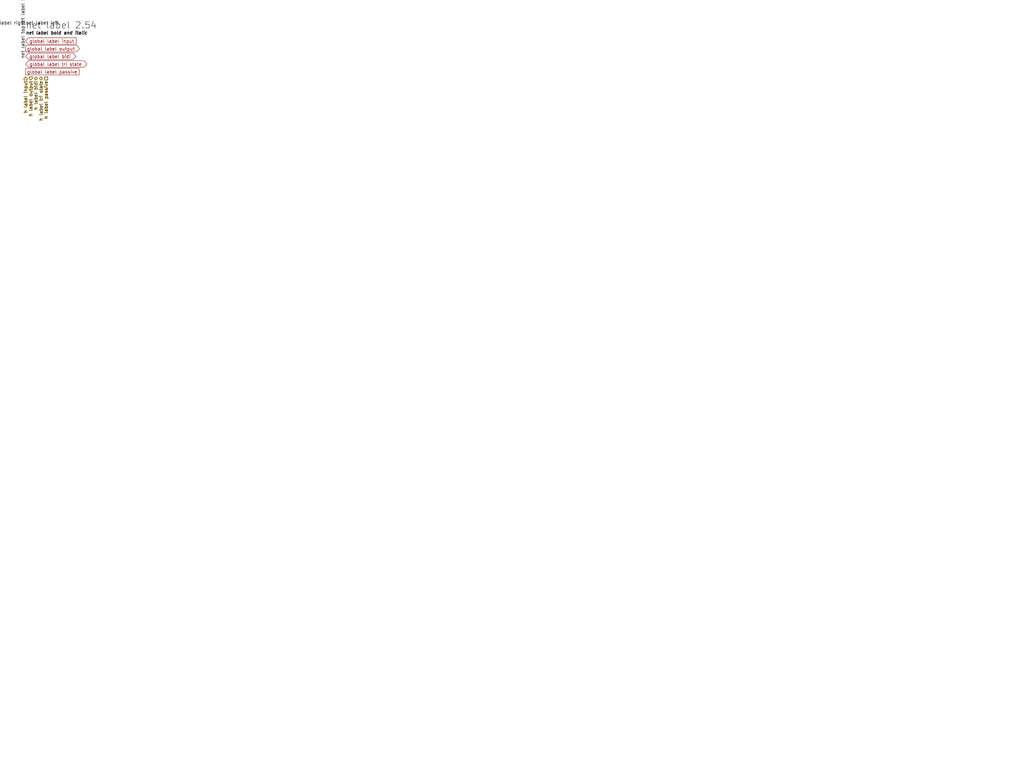
<source format=kicad_sch>
(kicad_sch (version 20211123) (generator eeschema)
  (paper "User" 399.999 299.999)
  (title_block (title "page title") (date "2023-02-03") (rev "v1") (company "company") (comment 1 "comment 1") (comment 3 "comment 3") (comment 5 "comment 5") (comment 7 "comment 7") (comment 9 "comment 9"))
  (lib_symbols)
  (bus_alias "abusalias" (members "member1" "member2"))
  (label "net label bold and italic" (at 10 14 0) (effects (font (thickness 0.254) bold italic)))
  (label "net label left" (at 10 10 0))
  (label "net label bottom" (at 10 10 90))
  (label "net label top" (at 10 10 270))
  (label "net label right" (at 10 10 180))
  (label "net label 2.54" (at 10 12 0) (effects (font (size 2.54 2.54))))
  (global_label "global label tri state" (shape tri_state) (at 10 25 0) (property "Intersheet References" "${INTERSHEET_REFS}" (effects hide)))
  (global_label "global label output" (shape output) (at 10 19 0) (property "Intersheet References" "${INTERSHEET_REFS}" (effects hide)))
  (global_label "global label input" (shape input) (at 10 16 0) (property "Intersheet References" "${INTERSHEET_REFS}" (effects hide)))
  (global_label "global label bidi" (shape bidirectional) (at 10 22 0) (property "Intersheet References" "${INTERSHEET_REFS}" (effects hide)))
  (global_label "global label passive" (shape passive) (at 10 28 0) (property "Intersheet References" "${INTERSHEET_REFS}" (effects hide)))
  (hierarchical_label "h label passive" (shape passive) (at 18 30 270) (effects (font (thickness 0.254) bold)))
  (hierarchical_label "h label bidi" (shape bidirectional) (at 14 30 270) (effects (font (thickness 0.254) bold)))
  (hierarchical_label "h label input" (shape input) (at 10 30 270) (effects (font (thickness 0.254) bold)))
  (hierarchical_label "h label output" (shape output) (at 12 30 270) (effects (font (thickness 0.254) bold)))
  (hierarchical_label "h label tri state" (shape tri_state) (at 16 30 270) (effects (font (thickness 0.254) bold)))
)
</source>
